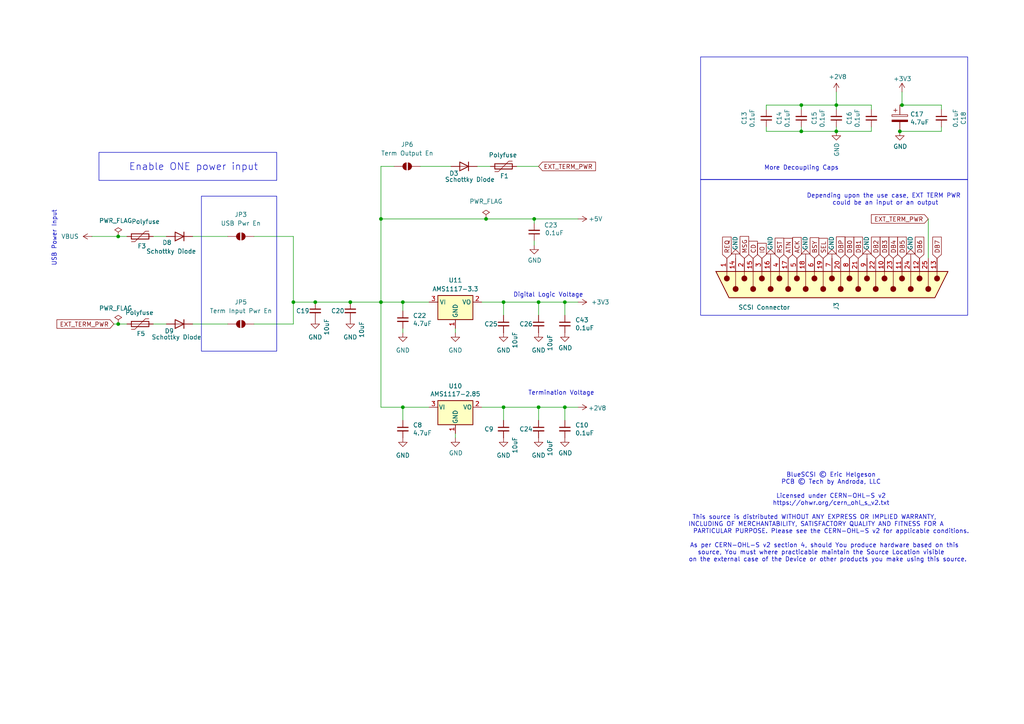
<source format=kicad_sch>
(kicad_sch (version 20231120) (generator "eeschema") (generator_version "8.0")
  (paper "A4")
  (title_block (title "BlueSCSI V2, Desktop 50 Pin, Top Connector, 2023.10a") (date "October 2023") (rev "1") (company "Tech by Androda, LLC"))
  (lib_symbols
    (symbol "Connector:DB25_Plug" (pin_names (offset 1.016) hide)
      (property "Reference" "J" (at 0 34.29 0))
      (property "Value" "DB25_Plug" (at 0 -34.925 0))
      (symbol "DB25_Plug_0_1"
        (circle (center -1.778 -30.48) (radius 0.762) (fill (type outline)))
        (circle (center -1.778 -25.4) (radius 0.762) (fill (type outline)))
        (circle (center -1.778 -20.32) (radius 0.762) (fill (type outline)))
        (circle (center -1.778 -15.24) (radius 0.762) (fill (type outline)))
        (circle (center -1.778 -10.16) (radius 0.762) (fill (type outline)))
        (circle (center -1.778 -5.08) (radius 0.762) (fill (type outline)))
        (circle (center -1.778 0) (radius 0.762) (fill (type outline)))
        (circle (center -1.778 5.08) (radius 0.762) (fill (type outline)))
        (circle (center -1.778 10.16) (radius 0.762) (fill (type outline)))
        (circle (center -1.778 15.24) (radius 0.762) (fill (type outline)))
        (circle (center -1.778 20.32) (radius 0.762) (fill (type outline)))
        (circle (center -1.778 25.4) (radius 0.762) (fill (type outline)))
        (circle (center -1.778 30.48) (radius 0.762) (fill (type outline)))
        (polyline (pts (xy -3.81 -30.48) (xy -2.54 -30.48)))
        (polyline (pts (xy -3.81 -27.94) (xy 0.508 -27.94)))
        (polyline (pts (xy -3.81 -25.4) (xy -2.54 -25.4)))
        (polyline (pts (xy -3.81 -22.86) (xy 0.508 -22.86)))
        (polyline (pts (xy -3.81 -20.32) (xy -2.54 -20.32)))
        (polyline (pts (xy -3.81 -17.78) (xy 0.508 -17.78)))
        (polyline (pts (xy -3.81 -15.24) (xy -2.54 -15.24)))
        (polyline (pts (xy -3.81 -12.7) (xy 0.508 -12.7)))
        (polyline (pts (xy -3.81 -10.16) (xy -2.54 -10.16)))
        (polyline (pts (xy -3.81 -7.62) (xy 0.508 -7.62)))
        (polyline (pts (xy -3.81 -5.08) (xy -2.54 -5.08)))
        (polyline (pts (xy -3.81 -2.54) (xy 0.508 -2.54)))
        (polyline (pts (xy -3.81 0) (xy -2.54 0)))
        (polyline (pts (xy -3.81 2.54) (xy 0.508 2.54)))
        (polyline (pts (xy -3.81 5.08) (xy -2.54 5.08)))
        (polyline (pts (xy -3.81 7.62) (xy 0.508 7.62)))
        (polyline (pts (xy -3.81 10.16) (xy -2.54 10.16)))
        (polyline (pts (xy -3.81 12.7) (xy 0.508 12.7)))
        (polyline (pts (xy -3.81 15.24) (xy -2.54 15.24)))
        (polyline (pts (xy -3.81 17.78) (xy 0.508 17.78)))
        (polyline (pts (xy -3.81 20.32) (xy -2.54 20.32)))
        (polyline (pts (xy -3.81 22.86) (xy 0.508 22.86)))
        (polyline (pts (xy -3.81 25.4) (xy -2.54 25.4)))
        (polyline (pts (xy -3.81 27.94) (xy 0.508 27.94)))
        (polyline (pts (xy -3.81 30.48) (xy -2.54 30.48)))
        (polyline (pts (xy -3.81 -33.655) (xy 3.81 -29.845) (xy 3.81 29.845) (xy -3.81 33.655) (xy -3.81 -33.655)) (stroke (width 0.254)) (fill (type background)))
        (circle (center 1.27 -27.94) (radius 0.762) (fill (type outline)))
        (circle (center 1.27 -22.86) (radius 0.762) (fill (type outline)))
        (circle (center 1.27 -17.78) (radius 0.762) (fill (type outline)))
        (circle (center 1.27 -12.7) (radius 0.762) (fill (type outline)))
        (circle (center 1.27 -7.62) (radius 0.762) (fill (type outline)))
        (circle (center 1.27 -2.54) (radius 0.762) (fill (type outline)))
        (circle (center 1.27 2.54) (radius 0.762) (fill (type outline)))
        (circle (center 1.27 7.62) (radius 0.762) (fill (type outline)))
        (circle (center 1.27 12.7) (radius 0.762) (fill (type outline)))
        (circle (center 1.27 17.78) (radius 0.762) (fill (type outline)))
        (circle (center 1.27 22.86) (radius 0.762) (fill (type outline)))
        (circle (center 1.27 27.94) (radius 0.762) (fill (type outline)))
      )
      (symbol "DB25_Plug_1_1"
        (pin passive line (at -7.62 -30.48 0) (length 3.81) (name "1") (number "1"))
        (pin passive line (at -7.62 15.24 0) (length 3.81) (name "10") (number "10"))
        (pin passive line (at -7.62 20.32 0) (length 3.81) (name "11") (number "11"))
        (pin passive line (at -7.62 25.4 0) (length 3.81) (name "12") (number "12"))
        (pin passive line (at -7.62 30.48 0) (length 3.81) (name "13") (number "13"))
        (pin passive line (at -7.62 -27.94 0) (length 3.81) (name "P14") (number "14"))
        (pin passive line (at -7.62 -22.86 0) (length 3.81) (name "P15") (number "15"))
        (pin passive line (at -7.62 -17.78 0) (length 3.81) (name "P16") (number "16"))
        (pin passive line (at -7.62 -12.7 0) (length 3.81) (name "P17") (number "17"))
        (pin passive line (at -7.62 -7.62 0) (length 3.81) (name "P18") (number "18"))
        (pin passive line (at -7.62 -2.54 0) (length 3.81) (name "P19") (number "19"))
        (pin passive line (at -7.62 -25.4 0) (length 3.81) (name "2") (number "2"))
        (pin passive line (at -7.62 2.54 0) (length 3.81) (name "P20") (number "20"))
        (pin passive line (at -7.62 7.62 0) (length 3.81) (name "P21") (number "21"))
        (pin passive line (at -7.62 12.7 0) (length 3.81) (name "P22") (number "22"))
        (pin passive line (at -7.62 17.78 0) (length 3.81) (name "P23") (number "23"))
        (pin passive line (at -7.62 22.86 0) (length 3.81) (name "P24") (number "24"))
        (pin passive line (at -7.62 27.94 0) (length 3.81) (name "P25") (number "25"))
        (pin passive line (at -7.62 -20.32 0) (length 3.81) (name "3") (number "3"))
        (pin passive line (at -7.62 -15.24 0) (length 3.81) (name "4") (number "4"))
        (pin passive line (at -7.62 -10.16 0) (length 3.81) (name "5") (number "5"))
        (pin passive line (at -7.62 -5.08 0) (length 3.81) (name "6") (number "6"))
        (pin passive line (at -7.62 0 0) (length 3.81) (name "7") (number "7"))
        (pin passive line (at -7.62 5.08 0) (length 3.81) (name "8") (number "8"))
        (pin passive line (at -7.62 10.16 0) (length 3.81) (name "9") (number "9"))
      )
    )
    (symbol "Device:CP" (pin_numbers hide) (pin_names (offset 0.254))
      (property "Reference" "C" (at 0.635 2.54 0))
      (property "Value" "Device_CP" (at 0.635 -2.54 0))
      (symbol "CP_0_1"
        (rectangle (start -2.286 0.508) (end 2.286 1.016))
        (polyline (pts (xy -1.778 2.286) (xy -0.762 2.286)))
        (polyline (pts (xy -1.27 2.794) (xy -1.27 1.778)))
        (rectangle (start 2.286 -0.508) (end -2.286 -1.016) (fill (type outline)))
      )
      (symbol "CP_1_1"
        (pin passive line (at 0 3.81 270) (length 2.794) (name "~") (number "1"))
        (pin passive line (at 0 -3.81 90) (length 2.794) (name "~") (number "2"))
      )
    )
    (symbol "Device:C_Small" (pin_numbers hide) (pin_names (offset 0.254) hide)
      (property "Reference" "C" (at 0.254 1.778 0))
      (property "Value" "C_Small" (at 0.254 -2.032 0))
      (symbol "C_Small_0_1"
        (polyline (pts (xy -1.524 -0.508) (xy 1.524 -0.508)) (stroke (width 0.3302)))
        (polyline (pts (xy -1.524 0.508) (xy 1.524 0.508)) (stroke (width 0.3048)))
      )
      (symbol "C_Small_1_1"
        (pin passive line (at 0 2.54 270) (length 2.032) (name "~") (number "1"))
        (pin passive line (at 0 -2.54 90) (length 2.032) (name "~") (number "2"))
      )
    )
    (symbol "Device:D" (pin_numbers hide) (pin_names (offset 1.016) hide)
      (property "Reference" "D" (at 0 2.54 0))
      (property "Value" "D" (at 0 -2.54 0))
      (symbol "D_0_1"
        (polyline (pts (xy -1.27 1.27) (xy -1.27 -1.27)) (stroke (width 0.254)))
        (polyline (pts (xy 1.27 0) (xy -1.27 0)))
        (polyline (pts (xy 1.27 1.27) (xy 1.27 -1.27) (xy -1.27 0) (xy 1.27 1.27)) (stroke (width 0.254)))
      )
      (symbol "D_1_1"
        (pin passive line (at -3.81 0 0) (length 2.54) (name "K") (number "1"))
        (pin passive line (at 3.81 0 180) (length 2.54) (name "A") (number "2"))
      )
    )
    (symbol "Device:Polyfuse" (pin_numbers hide) (pin_names (offset 0))
      (property "Reference" "F" (at -2.54 0 90))
      (property "Value" "Polyfuse" (at 2.54 0 90))
      (symbol "Polyfuse_0_1"
        (rectangle (start -0.762 2.54) (end 0.762 -2.54) (stroke (width 0.254)))
        (polyline (pts (xy 0 2.54) (xy 0 -2.54)))
        (polyline (pts (xy -1.524 2.54) (xy -1.524 1.524) (xy 1.524 -1.524) (xy 1.524 -2.54)))
      )
      (symbol "Polyfuse_1_1"
        (pin passive line (at 0 3.81 270) (length 1.27) (name "~") (number "1"))
        (pin passive line (at 0 -3.81 90) (length 1.27) (name "~") (number "2"))
      )
    )
    (symbol "Jumper:SolderJumper_2_Open" (pin_numbers hide) (pin_names (offset 0) hide) (exclude_from_sim yes) (in_bom no)
      (property "Reference" "JP" (at 0 2.032 0))
      (property "Value" "SolderJumper_2_Open" (at 0 -2.54 0))
      (symbol "SolderJumper_2_Open_0_1"
        (arc (start -0.254 1.016) (mid -1.2656 0) (end -0.254 -1.016))
        (arc (start -0.254 1.016) (mid -1.2656 0) (end -0.254 -1.016) (fill (type outline)))
        (polyline (pts (xy -0.254 1.016) (xy -0.254 -1.016)))
        (polyline (pts (xy 0.254 1.016) (xy 0.254 -1.016)))
        (arc (start 0.254 -1.016) (mid 1.2656 0) (end 0.254 1.016))
        (arc (start 0.254 -1.016) (mid 1.2656 0) (end 0.254 1.016) (fill (type outline)))
      )
      (symbol "SolderJumper_2_Open_1_1"
        (pin passive line (at -3.81 0 0) (length 2.54) (name "A") (number "1"))
        (pin passive line (at 3.81 0 180) (length 2.54) (name "B") (number "2"))
      )
    )
    (symbol "Regulator_Linear:AMS1117-3.3"
      (property "Reference" "U" (at -3.81 3.175 0))
      (property "Value" "AMS1117-3.3" (at 0 3.175 0))
      (symbol "AMS1117-3.3_0_1"
        (rectangle (start -5.08 -5.08) (end 5.08 1.905) (stroke (width 0.254)) (fill (type background)))
      )
      (symbol "AMS1117-3.3_1_1"
        (pin power_in line (at 0 -7.62 90) (length 2.54) (name "GND") (number "1"))
        (pin power_out line (at 7.62 0 180) (length 2.54) (name "VO") (number "2"))
        (pin power_in line (at -7.62 0 0) (length 2.54) (name "VI") (number "3"))
      )
    )
    (symbol "Regulator_Linear:AMS1117CD-2.85" (pin_names (offset 0.254))
      (property "Reference" "U" (at -3.81 3.175 0))
      (property "Value" "AMS1117CD-2.85" (at 0 3.175 0))
      (symbol "AMS1117CD-2.85_0_1"
        (rectangle (start -5.08 -5.08) (end 5.08 1.905) (stroke (width 0.254)) (fill (type background)))
      )
      (symbol "AMS1117CD-2.85_1_1"
        (pin power_in line (at 0 -7.62 90) (length 2.54) (name "GND") (number "1"))
        (pin power_out line (at 7.62 0 180) (length 2.54) (name "VO") (number "2"))
        (pin power_in line (at -7.62 0 0) (length 2.54) (name "VI") (number "3"))
      )
    )
    (symbol "custom_symbols:+5V_TPWR" (power) (pin_names (offset 0))
      (property "Value" "custom_symbols_+5V_TPWR" (at 0 3.556 0))
      (symbol "+5V_TPWR_0_1"
        (polyline (pts (xy -0.762 1.27) (xy 0 2.54)))
        (polyline (pts (xy 0 0) (xy 0 2.54)))
        (polyline (pts (xy 0 2.54) (xy 0.762 1.27)))
      )
      (symbol "+5V_TPWR_1_1"
        (pin power_in line (at 0 0 90) (length 0) hide (name "+5V") (number "1"))
      )
    )
    (symbol "power:+2V8" (power) (pin_names (offset 0))
      (property "Value" "+2V8" (at 0 3.556 0))
      (symbol "+2V8_0_1"
        (polyline (pts (xy -0.762 1.27) (xy 0 2.54)))
        (polyline (pts (xy 0 0) (xy 0 2.54)))
        (polyline (pts (xy 0 2.54) (xy 0.762 1.27)))
      )
      (symbol "+2V8_1_1"
        (pin power_in line (at 0 0 90) (length 0) hide (name "+2V8") (number "1"))
      )
    )
    (symbol "power:+3V3" (power) (pin_names (offset 0))
      (property "Value" "+3V3" (at 0 3.556 0))
      (symbol "+3V3_0_1"
        (polyline (pts (xy -0.762 1.27) (xy 0 2.54)))
        (polyline (pts (xy 0 0) (xy 0 2.54)))
        (polyline (pts (xy 0 2.54) (xy 0.762 1.27)))
      )
      (symbol "+3V3_1_1"
        (pin power_in line (at 0 0 90) (length 0) hide (name "+3V3") (number "1"))
      )
    )
    (symbol "power:GND" (power) (pin_names (offset 0))
      (property "Value" "GND" (at 0 -3.81 0))
      (symbol "GND_0_1"
        (polyline (pts (xy 0 0) (xy 0 -1.27) (xy 1.27 -1.27) (xy 0 -2.54) (xy -1.27 -1.27) (xy 0 -1.27)))
      )
      (symbol "GND_1_1"
        (pin power_in line (at 0 0 270) (length 0) hide (name "GND") (number "1"))
      )
    )
    (symbol "power:PWR_FLAG" (power) (pin_numbers hide) (pin_names (offset 0) hide)
      (property "Value" "PWR_FLAG" (at 0 3.81 0))
      (symbol "PWR_FLAG_0_0"
        (pin power_out line (at 0 0 90) (length 0) (name "~") (number "1"))
      )
      (symbol "PWR_FLAG_0_1"
        (polyline (pts (xy 0 0) (xy 0 1.27) (xy -1.016 1.905) (xy 0 2.54) (xy 1.016 1.905) (xy 0 1.27)))
      )
    )
    (symbol "power:VBUS" (power) (pin_numbers hide) (pin_names (offset 0) hide)
      (property "Value" "VBUS" (at 0 3.556 0))
      (symbol "VBUS_0_1"
        (polyline (pts (xy -0.762 1.27) (xy 0 2.54)))
        (polyline (pts (xy 0 0) (xy 0 2.54)))
        (polyline (pts (xy 0 2.54) (xy 0.762 1.27)))
      )
      (symbol "VBUS_1_1"
        (pin power_in line (at 0 0 90) (length 0) (name "~") (number "1"))
      )
    )
  )
  (junction (at 140.97 63.5))
  (junction (at 110.49 87.63))
  (junction (at 154.94 63.5))
  (junction (at 116.84 118.11))
  (junction (at 242.57 38.1))
  (junction (at 146.05 118.11))
  (junction (at 101.6 87.63))
  (junction (at 116.84 87.63))
  (junction (at 163.83 87.63))
  (junction (at 156.21 118.11))
  (junction (at 85.09 87.63))
  (junction (at 110.49 63.5))
  (junction (at 146.05 87.63))
  (junction (at 242.57 30.48))
  (junction (at 156.21 87.63))
  (junction (at 34.29 93.98))
  (junction (at 163.83 118.11))
  (junction (at 260.985 38.1))
  (junction (at 232.41 38.1))
  (junction (at 91.44 87.63))
  (junction (at 261.62 30.48))
  (junction (at 34.29 68.58))
  (junction (at 232.41 30.48))
  (wire (pts (xy 242.57 38.1) (xy 252.73 38.1)))
  (wire (pts (xy 34.29 93.98) (xy 33.02 93.98)))
  (wire (pts (xy 55.88 68.58) (xy 66.04 68.58)))
  (wire (pts (xy 44.45 68.58) (xy 48.26 68.58)))
  (wire (pts (xy 222.25 38.1) (xy 232.41 38.1)))
  (wire (pts (xy 242.57 30.48) (xy 252.73 30.48)))
  (wire (pts (xy 222.25 36.83) (xy 222.25 38.1)))
  (wire (pts (xy 116.84 87.63) (xy 124.46 87.63)))
  (wire (pts (xy 114.3 48.26) (xy 110.49 48.26)))
  (wire (pts (xy 242.57 26.67) (xy 242.57 30.48)))
  (wire (pts (xy 110.49 87.63) (xy 110.49 118.11)))
  (wire (pts (xy 222.25 30.48) (xy 222.25 31.75)))
  (wire (pts (xy 154.94 69.85) (xy 154.94 71.12)))
  (wire (pts (xy 156.21 118.11) (xy 163.83 118.11)))
  (wire (pts (xy 154.94 63.5) (xy 154.94 64.77)))
  (wire (pts (xy 273.05 36.83) (xy 273.05 38.1)))
  (wire (pts (xy 261.62 30.48) (xy 273.05 30.48)))
  (wire (pts (xy 139.7 118.11) (xy 146.05 118.11)))
  (wire (pts (xy 222.25 30.48) (xy 232.41 30.48)))
  (wire (pts (xy 260.985 38.1) (xy 273.05 38.1)))
  (wire (pts (xy 110.49 63.5) (xy 110.49 87.63)))
  (wire (pts (xy 110.49 87.63) (xy 116.84 87.63)))
  (wire (pts (xy 269.24 63.5) (xy 269.24 74.93)))
  (wire (pts (xy 130.81 48.26) (xy 121.92 48.26)))
  (wire (pts (xy 26.67 68.58) (xy 34.29 68.58)))
  (wire (pts (xy 252.73 36.83) (xy 252.73 38.1)))
  (wire (pts (xy 232.41 38.1) (xy 242.57 38.1)))
  (wire (pts (xy 138.43 48.26) (xy 142.24 48.26)))
  (wire (pts (xy 149.86 48.26) (xy 156.21 48.26)))
  (wire (pts (xy 34.29 93.98) (xy 36.83 93.98)))
  (wire (pts (xy 140.97 63.5) (xy 154.94 63.5)))
  (wire (pts (xy 232.41 30.48) (xy 232.41 31.75)))
  (wire (pts (xy 146.05 121.92) (xy 146.05 118.11)))
  (wire (pts (xy 156.21 121.92) (xy 156.21 118.11)))
  (wire (pts (xy 73.66 68.58) (xy 85.09 68.58)))
  (wire (pts (xy 163.83 87.63) (xy 163.83 91.44)))
  (wire (pts (xy 44.45 93.98) (xy 48.26 93.98)))
  (wire (pts (xy 156.21 91.44) (xy 156.21 87.63)))
  (wire (pts (xy 163.83 118.11) (xy 167.64 118.11)))
  (wire (pts (xy 91.44 87.63) (xy 101.6 87.63)))
  (wire (pts (xy 232.41 30.48) (xy 242.57 30.48)))
  (wire (pts (xy 85.09 87.63) (xy 91.44 87.63)))
  (wire (pts (xy 146.05 91.44) (xy 146.05 87.63)))
  (wire (pts (xy 156.21 87.63) (xy 163.83 87.63)))
  (wire (pts (xy 163.83 118.11) (xy 163.83 121.92)))
  (wire (pts (xy 242.57 30.48) (xy 242.57 31.75)))
  (wire (pts (xy 146.05 118.11) (xy 156.21 118.11)))
  (wire (pts (xy 132.08 95.25) (xy 132.08 96.52)))
  (wire (pts (xy 139.7 87.63) (xy 146.05 87.63)))
  (wire (pts (xy 252.73 30.48) (xy 252.73 31.75)))
  (wire (pts (xy 110.49 118.11) (xy 116.84 118.11)))
  (wire (pts (xy 110.49 63.5) (xy 140.97 63.5)))
  (wire (pts (xy 273.05 30.48) (xy 273.05 31.75)))
  (wire (pts (xy 85.09 87.63) (xy 85.09 93.98)))
  (wire (pts (xy 154.94 63.5) (xy 167.64 63.5)))
  (wire (pts (xy 116.84 96.52) (xy 116.84 95.25)))
  (wire (pts (xy 232.41 36.83) (xy 232.41 38.1)))
  (wire (pts (xy 101.6 87.63) (xy 110.49 87.63)))
  (wire (pts (xy 132.08 127) (xy 132.08 125.73)))
  (wire (pts (xy 85.09 68.58) (xy 85.09 87.63)))
  (wire (pts (xy 163.83 87.63) (xy 167.64 87.63)))
  (wire (pts (xy 260.985 30.48) (xy 261.62 30.48)))
  (wire (pts (xy 55.88 93.98) (xy 66.04 93.98)))
  (wire (pts (xy 73.66 93.98) (xy 85.09 93.98)))
  (wire (pts (xy 116.84 90.17) (xy 116.84 87.63)))
  (wire (pts (xy 146.05 87.63) (xy 156.21 87.63)))
  (wire (pts (xy 34.29 68.58) (xy 36.83 68.58)))
  (wire (pts (xy 116.84 118.11) (xy 124.46 118.11)))
  (wire (pts (xy 110.49 48.26) (xy 110.49 63.5)))
  (wire (pts (xy 116.84 118.11) (xy 116.84 121.92)))
  (wire (pts (xy 261.62 26.67) (xy 261.62 30.48)))
  (wire (pts (xy 242.57 36.83) (xy 242.57 38.1)))
  (rectangle (start 203.2 16.51) (end 280.67 52.07))
  (rectangle (start 58.42 56.896) (end 80.264 101.854))
  (rectangle (start 203.2 52.07) (end 280.67 91.44))
  (rectangle (start 28.702 44.196) (end 80.264 52.324))
  (text "Digital Logic Voltage" (at 148.844 86.36 0) (effects (font (size 1.27 1.27)) (justify left bottom)))
  (text "Enable ONE power input" (at 56.134 48.514 0) (effects (font (size 2.032 2.032))))
  (text "Depending upon the use case, EXT TERM PWR \ncould be an input or an output" (at 256.794 57.912 0) (effects (font (size 1.27 1.27))))
  (text "USB Power Input" (at 15.748 69.088 90) (effects (font (size 1.27 1.27))))
  (text "More Decoupling Caps" (at 221.615 49.53 0) (effects (font (size 1.27 1.27)) (justify left bottom)))
  (text "Termination Voltage" (at 153.162 114.808 0) (effects (font (size 1.27 1.27)) (justify left bottom)))
  (text "BlueSCSI © Eric Helgeson\nPCB © Tech by Androda, LLC\n\nLicensed under CERN-OHL-S v2\nhttps://ohwr.org/cern_ohl_s_v2.txt\n\nThis source is distributed WITHOUT ANY EXPRESS OR IMPLIED WARRANTY,          \nINCLUDING OF MERCHANTABILITY, SATISFACTORY QUALITY AND FITNESS FOR A         \nPARTICULAR PURPOSE. Please see the CERN-OHL-S v2 for applicable conditions.\n\nAs per CERN-OHL-S v2 section 4, should You produce hardware based on this    \nsource, You must where practicable maintain the Source Location visible      \non the external case of the Device or other products you make using this source.  \n" (at 241.046 150.114 0) (effects (font (size 1.27 1.27))))
  (global_label "EXT_TERM_PWR" (shape input) (at 156.21 48.26 0) (property "Intersheetrefs" "${INTERSHEET_REFS}" (effects (hide yes))))
  (global_label "IO" (shape input) (at 220.98 74.93 90) (property "Intersheetrefs" "${INTERSHEET_REFS}" (effects (hide yes))))
  (global_label "EXT_TERM_PWR" (shape input) (at 269.24 63.5 180) (property "Intersheetrefs" "${INTERSHEET_REFS}" (effects (hide yes))))
  (global_label "CD" (shape input) (at 218.44 74.93 90) (property "Intersheetrefs" "${INTERSHEET_REFS}" (effects (hide yes))))
  (global_label "DB7" (shape input) (at 271.78 74.93 90) (property "Intersheetrefs" "${INTERSHEET_REFS}" (effects (hide yes))))
  (global_label "DB2" (shape input) (at 254 74.93 90) (property "Intersheetrefs" "${INTERSHEET_REFS}" (effects (hide yes))))
  (global_label "ACK" (shape input) (at 231.14 74.93 90) (property "Intersheetrefs" "${INTERSHEET_REFS}" (effects (hide yes))))
  (global_label "SEL" (shape input) (at 238.76 74.93 90) (property "Intersheetrefs" "${INTERSHEET_REFS}" (effects (hide yes))))
  (global_label "DB6" (shape input) (at 266.7 74.93 90) (property "Intersheetrefs" "${INTERSHEET_REFS}" (effects (hide yes))))
  (global_label "MSG" (shape input) (at 215.9 74.93 90) (property "Intersheetrefs" "${INTERSHEET_REFS}" (effects (hide yes))))
  (global_label "BSY" (shape input) (at 236.22 74.93 90) (property "Intersheetrefs" "${INTERSHEET_REFS}" (effects (hide yes))))
  (global_label "EXT_TERM_PWR" (shape input) (at 33.02 93.98 180) (property "Intersheetrefs" "${INTERSHEET_REFS}" (effects (hide yes))))
  (global_label "DB1" (shape input) (at 248.92 74.93 90) (property "Intersheetrefs" "${INTERSHEET_REFS}" (effects (hide yes))))
  (global_label "DB3" (shape input) (at 256.54 74.93 90) (property "Intersheetrefs" "${INTERSHEET_REFS}" (effects (hide yes))))
  (global_label "ATN" (shape input) (at 228.6 74.93 90) (property "Intersheetrefs" "${INTERSHEET_REFS}" (effects (hide yes))))
  (global_label "DB0" (shape input) (at 246.38 74.93 90) (property "Intersheetrefs" "${INTERSHEET_REFS}" (effects (hide yes))))
  (global_label "DB4" (shape input) (at 259.08 74.93 90) (property "Intersheetrefs" "${INTERSHEET_REFS}" (effects (hide yes))))
  (global_label "DB5" (shape input) (at 261.62 74.93 90) (property "Intersheetrefs" "${INTERSHEET_REFS}" (effects (hide yes))))
  (global_label "RST" (shape input) (at 226.06 74.93 90) (property "Intersheetrefs" "${INTERSHEET_REFS}" (effects (hide yes))))
  (global_label "REQ" (shape input) (at 210.82 74.93 90) (property "Intersheetrefs" "${INTERSHEET_REFS}" (effects (hide yes))))
  (global_label "DBP" (shape input) (at 243.84 74.93 90) (property "Intersheetrefs" "${INTERSHEET_REFS}" (effects (hide yes))))
  (symbol (lib_id "Device:Polyfuse") (at 40.64 68.58 270) (unit 1)
    (property "Reference" "F3" (at 39.878 71.374 90) (effects (justify left)))
    (property "Value" "Polyfuse" (at 38.1 64.262 90) (effects (justify left)))
    (property "Footprint" "Fuse:Fuse_0805_2012Metric_Pad1.15x1.40mm_HandSolder" (effects (hide yes)))
    (property "LCSC" "C883111" (effects (hide yes)))
  )
  (symbol (lib_id "power:GND") (at 223.52 74.93 180) (unit 1)
    (property "Reference" "#PWR0140" (effects (hide yes)))
    (property "Value" "GND" (at 223.393 70.5358 90))
  )
  (symbol (lib_id "power:PWR_FLAG") (at 140.97 63.5 0) (unit 1)
    (property "Reference" "#FLG04" (effects (hide yes)))
    (property "Value" "PWR_FLAG" (at 140.97 58.42 0))
    (property "Description" "Special symbol for telling ERC where power comes from" (effects (hide yes)))
  )
  (symbol (lib_id "power:GND") (at 264.16 74.93 180) (unit 1)
    (property "Reference" "#PWR0142" (effects (hide yes)))
    (property "Value" "GND" (at 264.033 70.5358 90))
  )
  (symbol (lib_id "power:PWR_FLAG") (at 34.29 93.98 0) (unit 1)
    (property "Reference" "#FLG03" (effects (hide yes)))
    (property "Value" "PWR_FLAG" (at 28.702 89.408 0) (effects (justify left)))
    (property "Description" "Special symbol for telling ERC where power comes from" (effects (hide yes)))
  )
  (symbol (lib_id "power:GND") (at 101.6 92.71 0) (unit 1)
    (property "Reference" "#PWR077" (effects (hide yes)))
    (property "Value" "GND" (at 101.6 97.79 0))
  )
  (symbol (lib_id "power:GND") (at 146.05 127 0) (unit 1)
    (property "Reference" "#PWR067" (effects (hide yes)))
    (property "Value" "GND" (at 146.05 132.08 0))
  )
  (symbol (lib_id "power:GND") (at 241.3 74.93 180) (unit 1)
    (property "Reference" "#PWR0137" (effects (hide yes)))
    (property "Value" "GND" (at 241.173 70.5358 90))
  )
  (symbol (lib_id "Device:C_Small") (at 163.83 124.46 0) (unit 1)
    (property "Reference" "C10" (at 166.8272 123.2916 0) (effects (justify left)))
    (property "Value" "0.1uF" (at 166.8272 125.603 0) (effects (justify left)))
    (property "Footprint" "Capacitor_SMD:C_0402_1005Metric" (effects (hide yes)))
    (property "Description" "Unpolarized capacitor, small symbol" (effects (hide yes)))
    (property "LCSC" "C307331" (effects (hide yes)))
  )
  (symbol (lib_id "Device:D") (at 52.07 68.58 180) (unit 1)
    (property "Reference" "D8" (at 49.784 70.358 0) (effects (justify left)))
    (property "Value" "Schottky Diode" (at 56.896 72.898 0) (effects (justify left)))
    (property "Footprint" "Diode_SMD:D_SOD-323" (effects (hide yes)))
    (property "LCSC" "C191023" (effects (hide yes)))
  )
  (symbol (lib_id "Device:C_Small") (at 116.84 124.46 0) (unit 1)
    (property "Reference" "C8" (at 119.761 123.2916 0) (effects (justify left)))
    (property "Value" "4.7uF" (at 119.761 125.603 0) (effects (justify left)))
    (property "Footprint" "Capacitor_SMD:C_0402_1005Metric" (effects (hide yes)))
    (property "Description" "Unpolarized capacitor, small symbol" (effects (hide yes)))
    (property "LCSC" "C23733" (effects (hide yes)))
  )
  (symbol (lib_id "Device:Polyfuse") (at 146.05 48.26 270) (unit 1)
    (property "Reference" "F1" (at 145.034 51.054 90) (effects (justify left)))
    (property "Value" "Polyfuse" (at 141.732 44.958 90) (effects (justify left)))
    (property "Footprint" "Fuse:Fuse_0805_2012Metric_Pad1.15x1.40mm_HandSolder" (effects (hide yes)))
    (property "LCSC" "C883111" (effects (hide yes)))
  )
  (symbol (lib_id "power:+3V3") (at 261.62 26.67 0) (unit 1)
    (property "Reference" "#PWR074" (effects (hide yes)))
    (property "Value" "+3V3" (at 259.08 22.86 0) (effects (justify left)))
  )
  (symbol (lib_id "power:GND") (at 116.84 96.52 0) (unit 1)
    (property "Reference" "#PWR026" (effects (hide yes)))
    (property "Value" "GND" (at 116.84 101.6 0))
  )
  (symbol (lib_id "Device:D") (at 52.07 93.98 180) (unit 1)
    (property "Reference" "D9" (at 47.752 96.012 0) (effects (justify right)))
    (property "Value" "Schottky Diode" (at 43.942 97.79 0) (effects (justify right)))
    (property "Footprint" "Diode_SMD:D_SOD-323" (effects (hide yes)))
    (property "LCSC" "C191023" (effects (hide yes)))
  )
  (symbol (lib_id "Device:C_Small") (at 154.94 67.31 180) (unit 1)
    (property "Reference" "C23" (at 159.766 65.3034 0))
    (property "Value" "0.1uF" (at 160.782 67.564 0))
    (property "Footprint" "Capacitor_SMD:C_0402_1005Metric" (effects (hide yes)))
    (property "Description" "Unpolarized capacitor, small symbol" (effects (hide yes)))
    (property "LCSC" "C307331" (effects (hide yes)))
  )
  (symbol (lib_id "Device:C_Small") (at 116.84 92.71 0) (unit 1)
    (property "Reference" "C22" (at 119.761 91.5416 0) (effects (justify left)))
    (property "Value" "4.7uF" (at 119.761 93.853 0) (effects (justify left)))
    (property "Footprint" "Capacitor_SMD:C_0402_1005Metric" (effects (hide yes)))
    (property "Description" "Unpolarized capacitor, small symbol" (effects (hide yes)))
    (property "LCSC" "C23733" (effects (hide yes)))
  )
  (symbol (lib_id "power:GND") (at 132.08 96.52 0) (unit 1)
    (property "Reference" "#PWR083" (effects (hide yes)))
    (property "Value" "GND" (at 132.08 101.6 0))
  )
  (symbol (lib_id "Device:C_Small") (at 156.21 124.46 0) (unit 1)
    (property "Reference" "C24" (at 150.622 124.46 0) (effects (justify left)))
    (property "Value" "10uF" (at 159.512 132.334 90) (effects (justify left)))
    (property "Footprint" "Capacitor_SMD:C_0402_1005Metric" (effects (hide yes)))
    (property "Description" "Unpolarized capacitor, small symbol" (effects (hide yes)))
    (property "LCSC" "C15525" (effects (hide yes)))
  )
  (symbol (lib_id "power:+2V8") (at 167.64 118.11 270) (unit 1)
    (property "Reference" "#PWR062" (effects (hide yes)))
    (property "Value" "+2V8" (at 173.228 118.364 90))
  )
  (symbol (lib_id "Device:C_Small") (at 91.44 90.17 0) (unit 1)
    (property "Reference" "C19" (at 85.852 90.17 0) (effects (justify left)))
    (property "Value" "10uF" (at 94.742 97.282 90) (effects (justify left)))
    (property "Footprint" "Capacitor_SMD:C_0402_1005Metric" (effects (hide yes)))
    (property "Description" "Unpolarized capacitor, small symbol" (effects (hide yes)))
    (property "LCSC" "C15525" (effects (hide yes)))
  )
  (symbol (lib_id "power:GND") (at 154.94 71.12 0) (unit 1)
    (property "Reference" "#PWR027" (effects (hide yes)))
    (property "Value" "GND" (at 155.067 75.5142 0))
  )
  (symbol (lib_id "power:GND") (at 260.985 38.1 0) (unit 1)
    (property "Reference" "#PWR076" (effects (hide yes)))
    (property "Value" "GND" (at 261.112 42.4942 0))
  )
  (symbol (lib_id "power:GND") (at 213.36 74.93 180) (unit 1)
    (property "Reference" "#PWR0139" (effects (hide yes)))
    (property "Value" "GND" (at 213.233 70.5358 90))
  )
  (symbol (lib_id "power:GND") (at 163.83 96.52 0) (unit 1)
    (property "Reference" "#PWR080" (effects (hide yes)))
    (property "Value" "GND" (at 163.957 100.9142 0))
  )
  (symbol (lib_id "power:GND") (at 146.05 96.52 0) (unit 1)
    (property "Reference" "#PWR029" (effects (hide yes)))
    (property "Value" "GND" (at 146.05 101.6 0))
  )
  (symbol (lib_id "Device:C_Small") (at 273.05 34.29 0) (unit 1)
    (property "Reference" "C18" (at 279.4508 34.29 90))
    (property "Value" "0.1uF" (at 277.1394 34.29 90))
    (property "Footprint" "Capacitor_SMD:C_0402_1005Metric" (effects (hide yes)))
    (property "Description" "Unpolarized capacitor, small symbol" (effects (hide yes)))
    (property "LCSC" "C307331" (effects (hide yes)))
  )
  (symbol (lib_id "power:GND") (at 132.08 127 0) (unit 1)
    (property "Reference" "#PWR066" (effects (hide yes)))
    (property "Value" "GND" (at 132.207 131.3942 0))
  )
  (symbol (lib_id "power:VBUS") (at 26.67 68.58 90) (unit 1)
    (property "Reference" "#PWR024" (effects (hide yes)))
    (property "Value" "VBUS" (at 22.86 68.5799 90) (effects (justify left)))
    (property "Description" "Power symbol creates a global label with name \"VBUS\"" (effects (hide yes)))
  )
  (symbol (lib_id "Device:C_Small") (at 252.73 34.29 180) (unit 1)
    (property "Reference" "C16" (at 246.3292 34.29 90))
    (property "Value" "0.1uF" (at 248.6406 34.29 90))
    (property "Footprint" "Capacitor_SMD:C_0402_1005Metric" (effects (hide yes)))
    (property "Description" "Unpolarized capacitor, small symbol" (effects (hide yes)))
    (property "LCSC" "C307331" (effects (hide yes)))
  )
  (symbol (lib_id "power:GND") (at 91.44 92.71 0) (unit 1)
    (property "Reference" "#PWR069" (effects (hide yes)))
    (property "Value" "GND" (at 91.44 97.79 0))
  )
  (symbol (lib_id "Device:C_Small") (at 232.41 34.29 180) (unit 1)
    (property "Reference" "C14" (at 226.0092 34.29 90))
    (property "Value" "0.1uF" (at 228.3206 34.29 90))
    (property "Footprint" "Capacitor_SMD:C_0402_1005Metric" (effects (hide yes)))
    (property "Description" "Unpolarized capacitor, small symbol" (effects (hide yes)))
    (property "LCSC" "C307331" (effects (hide yes)))
  )
  (symbol (lib_id "power:GND") (at 242.57 38.1 0) (unit 1)
    (property "Reference" "#PWR075" (effects (hide yes)))
    (property "Value" "GND" (at 242.697 41.3512 90) (effects (justify right)))
  )
  (symbol (lib_id "Device:C_Small") (at 101.6 90.17 0) (unit 1)
    (property "Reference" "C20" (at 96.012 90.17 0) (effects (justify left)))
    (property "Value" "10uF" (at 104.902 98.044 90) (effects (justify left)))
    (property "Footprint" "Capacitor_SMD:C_0402_1005Metric" (effects (hide yes)))
    (property "Description" "Unpolarized capacitor, small symbol" (effects (hide yes)))
    (property "LCSC" "C15525" (effects (hide yes)))
  )
  (symbol (lib_id "Connector:DB25_Plug") (at 241.3 82.55 270) (unit 1)
    (property "Reference" "J3" (at 242.5701 87.63 0) (effects (justify left)))
    (property "Value" "SCSI Connector" (at 214.122 89.154 90) (effects (justify left)))
    (property "Footprint" "Connector_Dsub:DSUB-25_Male_EdgeMount_P2.77mm" (effects (hide yes)))
    (property "Datasheet" " ~" (effects (hide yes)))
    (property "Description" "25-pin male plug pin D-SUB connector" (effects (hide yes)))
    (property "LCSC" "C75745" (effects (hide yes)))
  )
  (symbol (lib_id "power:GND") (at 156.21 96.52 0) (unit 1)
    (property "Reference" "#PWR079" (effects (hide yes)))
    (property "Value" "GND" (at 156.21 101.6 0))
  )
  (symbol (lib_id "power:GND") (at 251.46 74.93 180) (unit 1)
    (property "Reference" "#PWR0138" (effects (hide yes)))
    (property "Value" "GND" (at 251.333 70.5358 90))
  )
  (symbol (lib_id "power:GND") (at 163.83 127 0) (unit 1)
    (property "Reference" "#PWR068" (effects (hide yes)))
    (property "Value" "GND" (at 163.957 131.3942 0))
  )
  (symbol (lib_id "Device:Polyfuse") (at 40.64 93.98 270) (unit 1)
    (property "Reference" "F5" (at 39.624 96.774 90) (effects (justify left)))
    (property "Value" "Polyfuse" (at 36.322 90.678 90) (effects (justify left)))
    (property "Footprint" "Fuse:Fuse_0805_2012Metric_Pad1.15x1.40mm_HandSolder" (effects (hide yes)))
    (property "LCSC" "C883111" (effects (hide yes)))
  )
  (symbol (lib_id "Device:C_Small") (at 146.05 93.98 0) (unit 1)
    (property "Reference" "C25" (at 140.462 93.98 0) (effects (justify left)))
    (property "Value" "10uF" (at 149.352 101.092 90) (effects (justify left)))
    (property "Footprint" "Capacitor_SMD:C_0402_1005Metric" (effects (hide yes)))
    (property "Description" "Unpolarized capacitor, small symbol" (effects (hide yes)))
    (property "LCSC" "C15525" (effects (hide yes)))
  )
  (symbol (lib_id "Jumper:SolderJumper_2_Open") (at 69.85 68.58 0) (unit 1) (exclude_from_sim yes) (in_bom no)
    (property "Reference" "JP3" (at 69.85 62.23 0))
    (property "Value" "USB Pwr En" (at 69.85 64.77 0))
    (property "Footprint" "Jumper:SolderJumper-2_P1.3mm_Open_TrianglePad1.0x1.5mm" (effects (hide yes)))
    (property "Description" "Solder Jumper, 2-pole, open" (effects (hide yes)))
  )
  (symbol (lib_id "Jumper:SolderJumper_2_Open") (at 118.11 48.26 0) (unit 1) (exclude_from_sim yes) (in_bom no)
    (property "Reference" "JP6" (at 118.11 41.91 0))
    (property "Value" "Term Output En" (at 118.11 44.45 0))
    (property "Footprint" "Jumper:SolderJumper-2_P1.3mm_Open_TrianglePad1.0x1.5mm" (effects (hide yes)))
    (property "Description" "Solder Jumper, 2-pole, open" (effects (hide yes)))
  )
  (symbol (lib_id "Device:D") (at 134.62 48.26 180) (unit 1)
    (property "Reference" "D3" (at 130.302 50.292 0) (effects (justify right)))
    (property "Value" "Schottky Diode" (at 129.032 52.07 0) (effects (justify right)))
    (property "Footprint" "Diode_SMD:D_SOD-323" (effects (hide yes)))
    (property "LCSC" "C191023" (effects (hide yes)))
  )
  (symbol (lib_id "Device:C_Small") (at 242.57 34.29 180) (unit 1)
    (property "Reference" "C15" (at 236.1692 34.29 90))
    (property "Value" "0.1uF" (at 238.4806 34.29 90))
    (property "Footprint" "Capacitor_SMD:C_0402_1005Metric" (effects (hide yes)))
    (property "Description" "Unpolarized capacitor, small symbol" (effects (hide yes)))
    (property "LCSC" "C307331" (effects (hide yes)))
  )
  (symbol (lib_id "custom_symbols:+5V_TPWR") (at 167.64 63.5 270) (unit 1)
    (property "Reference" "#PWR073" (effects (hide yes)))
    (property "Value" "+5V" (at 172.72 63.5 90))
  )
  (symbol (lib_id "power:GND") (at 233.68 74.93 180) (unit 1)
    (property "Reference" "#PWR0141" (effects (hide yes)))
    (property "Value" "GND" (at 233.553 70.5358 90))
  )
  (symbol (lib_id "power:+2V8") (at 242.57 26.67 0) (unit 1)
    (property "Reference" "#PWR072" (effects (hide yes)))
    (property "Value" "+2V8" (at 242.951 22.2758 0))
  )
  (symbol (lib_id "Regulator_Linear:AMS1117-3.3") (at 132.08 87.63 0) (unit 1)
    (property "Reference" "U11" (at 132.08 81.28 0))
    (property "Value" "AMS1117-3.3" (at 132.08 83.82 0))
    (property "Footprint" "Package_TO_SOT_SMD:SOT-223-3_TabPin2" (effects (hide yes)))
    (property "Datasheet" "http://www.advanced-monolithic.com/pdf/ds1117.pdf" (effects (hide yes)))
    (property "LCSC" "C6186" (effects (hide yes)))
  )
  (symbol (lib_id "Device:C_Small") (at 146.05 124.46 0) (unit 1)
    (property "Reference" "C9" (at 140.462 124.46 0) (effects (justify left)))
    (property "Value" "10uF" (at 149.352 131.572 90) (effects (justify left)))
    (property "Footprint" "Capacitor_SMD:C_0402_1005Metric" (effects (hide yes)))
    (property "Description" "Unpolarized capacitor, small symbol" (effects (hide yes)))
    (property "LCSC" "C15525" (effects (hide yes)))
  )
  (symbol (lib_id "power:GND") (at 116.84 127 0) (unit 1)
    (property "Reference" "#PWR063" (effects (hide yes)))
    (property "Value" "GND" (at 116.84 132.08 0))
  )
  (symbol (lib_id "power:GND") (at 156.21 127 0) (unit 1)
    (property "Reference" "#PWR078" (effects (hide yes)))
    (property "Value" "GND" (at 156.21 132.08 0))
  )
  (symbol (lib_id "Device:C_Small") (at 163.83 93.98 0) (unit 1)
    (property "Reference" "C43" (at 166.8272 92.8116 0) (effects (justify left)))
    (property "Value" "0.1uF" (at 166.8272 95.123 0) (effects (justify left)))
    (property "Footprint" "Capacitor_SMD:C_0402_1005Metric" (effects (hide yes)))
    (property "Description" "Unpolarized capacitor, small symbol" (effects (hide yes)))
    (property "LCSC" "C307331" (effects (hide yes)))
  )
  (symbol (lib_id "Device:C_Small") (at 156.21 93.98 0) (unit 1)
    (property "Reference" "C26" (at 150.622 93.98 0) (effects (justify left)))
    (property "Value" "10uF" (at 159.512 101.854 90) (effects (justify left)))
    (property "Footprint" "Capacitor_SMD:C_0402_1005Metric" (effects (hide yes)))
    (property "Description" "Unpolarized capacitor, small symbol" (effects (hide yes)))
    (property "LCSC" "C15525" (effects (hide yes)))
  )
  (symbol (lib_id "Jumper:SolderJumper_2_Open") (at 69.85 93.98 0) (unit 1) (exclude_from_sim yes) (in_bom no)
    (property "Reference" "JP5" (at 69.85 87.63 0))
    (property "Value" "Term Input Pwr En" (at 69.85 90.17 0))
    (property "Footprint" "Jumper:SolderJumper-2_P1.3mm_Open_TrianglePad1.0x1.5mm" (effects (hide yes)))
    (property "Description" "Solder Jumper, 2-pole, open" (effects (hide yes)))
  )
  (symbol (lib_id "Regulator_Linear:AMS1117CD-2.85") (at 132.08 118.11 0) (unit 1)
    (property "Reference" "U10" (at 132.08 111.9632 0))
    (property "Value" "AMS1117-2.85" (at 132.08 114.2746 0))
    (property "Footprint" "Package_TO_SOT_SMD:SOT-223-3_TabPin2" (effects (hide yes)))
    (property "Datasheet" "http://www.advanced-monolithic.com/pdf/ds1117.pdf" (effects (hide yes)))
    (property "LCSC" "C14791" (effects (hide yes)))
  )
  (symbol (lib_id "Device:C_Small") (at 222.25 34.29 180) (unit 1)
    (property "Reference" "C13" (at 215.8492 34.29 90))
    (property "Value" "0.1uF" (at 218.1606 34.29 90))
    (property "Footprint" "Capacitor_SMD:C_0402_1005Metric" (effects (hide yes)))
    (property "Description" "Unpolarized capacitor, small symbol" (effects (hide yes)))
    (property "LCSC" "C307331" (effects (hide yes)))
  )
  (symbol (lib_id "power:PWR_FLAG") (at 34.29 68.58 0) (unit 1)
    (property "Reference" "#FLG010" (effects (hide yes)))
    (property "Value" "PWR_FLAG" (at 28.702 64.008 0) (effects (justify left)))
    (property "Description" "Special symbol for telling ERC where power comes from" (effects (hide yes)))
  )
  (symbol (lib_id "power:+3V3") (at 167.64 87.63 270) (unit 1)
    (property "Reference" "#PWR028" (effects (hide yes)))
    (property "Value" "+3V3" (at 171.45 87.6299 90) (effects (justify left)))
  )
  (symbol (lib_id "Device:CP") (at 260.985 34.29 0) (unit 1)
    (property "Reference" "C17" (at 263.9822 33.1216 0) (effects (justify left)))
    (property "Value" "4.7uF" (at 263.9822 35.433 0) (effects (justify left)))
    (property "Footprint" "Capacitor_SMD:C_0402_1005Metric" (effects (hide yes)))
    (property "LCSC" "C23733" (effects (hide yes)))
  )
)
</source>
